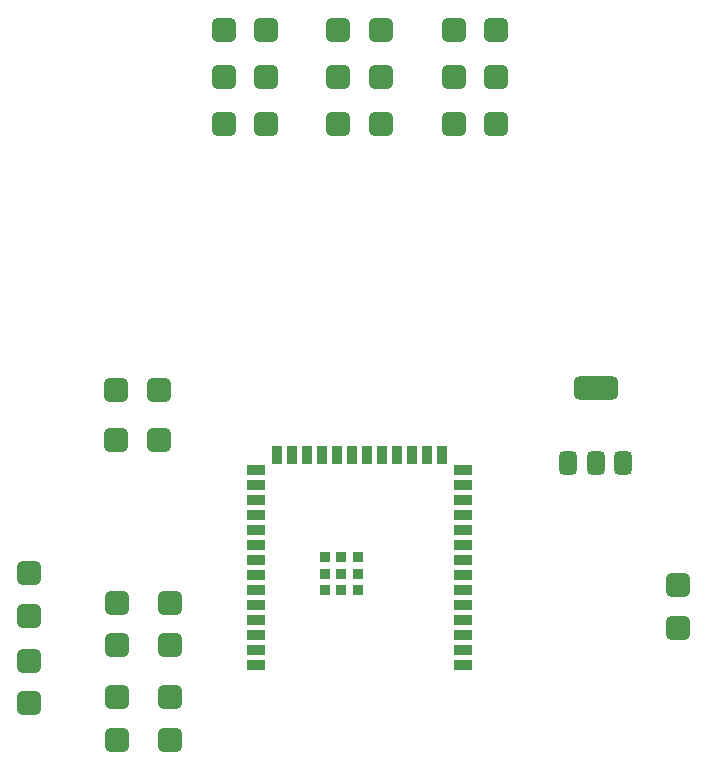
<source format=gbp>
G04 #@! TF.GenerationSoftware,KiCad,Pcbnew,8.0.6-8.0.6-0~ubuntu24.04.1*
G04 #@! TF.CreationDate,2024-10-30T09:28:35+01:00*
G04 #@! TF.ProjectId,micromouse_pcb,6d696372-6f6d-46f7-9573-655f7063622e,rev?*
G04 #@! TF.SameCoordinates,Original*
G04 #@! TF.FileFunction,Paste,Bot*
G04 #@! TF.FilePolarity,Positive*
%FSLAX46Y46*%
G04 Gerber Fmt 4.6, Leading zero omitted, Abs format (unit mm)*
G04 Created by KiCad (PCBNEW 8.0.6-8.0.6-0~ubuntu24.04.1) date 2024-10-30 09:28:35*
%MOMM*%
%LPD*%
G01*
G04 APERTURE LIST*
G04 Aperture macros list*
%AMRoundRect*
0 Rectangle with rounded corners*
0 $1 Rounding radius*
0 $2 $3 $4 $5 $6 $7 $8 $9 X,Y pos of 4 corners*
0 Add a 4 corners polygon primitive as box body*
4,1,4,$2,$3,$4,$5,$6,$7,$8,$9,$2,$3,0*
0 Add four circle primitives for the rounded corners*
1,1,$1+$1,$2,$3*
1,1,$1+$1,$4,$5*
1,1,$1+$1,$6,$7*
1,1,$1+$1,$8,$9*
0 Add four rect primitives between the rounded corners*
20,1,$1+$1,$2,$3,$4,$5,0*
20,1,$1+$1,$4,$5,$6,$7,0*
20,1,$1+$1,$6,$7,$8,$9,0*
20,1,$1+$1,$8,$9,$2,$3,0*%
G04 Aperture macros list end*
%ADD10RoundRect,0.384616X0.615384X-0.615384X0.615384X0.615384X-0.615384X0.615384X-0.615384X-0.615384X0*%
%ADD11RoundRect,0.384616X0.615384X0.615384X-0.615384X0.615384X-0.615384X-0.615384X0.615384X-0.615384X0*%
%ADD12RoundRect,0.384616X-0.615384X0.615384X-0.615384X-0.615384X0.615384X-0.615384X0.615384X0.615384X0*%
%ADD13R,0.900000X0.900000*%
%ADD14R,1.500000X0.900000*%
%ADD15R,0.900000X1.500000*%
%ADD16RoundRect,0.375000X0.375000X-0.625000X0.375000X0.625000X-0.375000X0.625000X-0.375000X-0.625000X0*%
%ADD17RoundRect,0.500000X1.400000X-0.500000X1.400000X0.500000X-1.400000X0.500000X-1.400000X-0.500000X0*%
G04 APERTURE END LIST*
D10*
X129500000Y-140100000D03*
X129500000Y-136500000D03*
D11*
X142100000Y-88000000D03*
X138500000Y-88000000D03*
D12*
X129500000Y-144500000D03*
X129500000Y-148100000D03*
X134000000Y-144500000D03*
X134000000Y-148100000D03*
D11*
X151800000Y-92000000D03*
X148200000Y-92000000D03*
X133000000Y-118500000D03*
X129400000Y-118500000D03*
X161600000Y-88000000D03*
X158000000Y-88000000D03*
X142100000Y-96000000D03*
X138500000Y-96000000D03*
X142100000Y-92000000D03*
X138500000Y-92000000D03*
D10*
X177000000Y-138600000D03*
X177000000Y-135000000D03*
D11*
X161600000Y-96000000D03*
X158000000Y-96000000D03*
D13*
X147085000Y-132650000D03*
X147085000Y-134050000D03*
X147085000Y-135450000D03*
X148485000Y-132650000D03*
X148485000Y-134050000D03*
X148485000Y-135450000D03*
X149885000Y-132650000D03*
X149885000Y-134050000D03*
X149885000Y-135450000D03*
D14*
X141235000Y-141770000D03*
X141235000Y-140500000D03*
X141235000Y-139230000D03*
X141235000Y-137960000D03*
X141235000Y-136690000D03*
X141235000Y-135420000D03*
X141235000Y-134150000D03*
X141235000Y-132880000D03*
X141235000Y-131610000D03*
X141235000Y-130340000D03*
X141235000Y-129070000D03*
X141235000Y-127800000D03*
X141235000Y-126530000D03*
X141235000Y-125260000D03*
D15*
X143000000Y-124010000D03*
X144270000Y-124010000D03*
X145540000Y-124010000D03*
X146810000Y-124010000D03*
X148080000Y-124010000D03*
X149350000Y-124010000D03*
X150620000Y-124010000D03*
X151890000Y-124010000D03*
X153160000Y-124010000D03*
X154430000Y-124010000D03*
X155700000Y-124010000D03*
X156970000Y-124010000D03*
D14*
X158735000Y-125260000D03*
X158735000Y-126530000D03*
X158735000Y-127800000D03*
X158735000Y-129070000D03*
X158735000Y-130340000D03*
X158735000Y-131610000D03*
X158735000Y-132880000D03*
X158735000Y-134150000D03*
X158735000Y-135420000D03*
X158735000Y-136690000D03*
X158735000Y-137960000D03*
X158735000Y-139230000D03*
X158735000Y-140500000D03*
X158735000Y-141770000D03*
D11*
X151800000Y-96000000D03*
X148200000Y-96000000D03*
D12*
X122000000Y-134000000D03*
X122000000Y-137600000D03*
D10*
X122000000Y-145000000D03*
X122000000Y-141400000D03*
D16*
X172300000Y-124650000D03*
X170000000Y-124650000D03*
D17*
X170000000Y-118350000D03*
D16*
X167700000Y-124650000D03*
D11*
X133000000Y-122750000D03*
X129400000Y-122750000D03*
X151800000Y-88000000D03*
X148200000Y-88000000D03*
D10*
X134000000Y-140100000D03*
X134000000Y-136500000D03*
D11*
X161600000Y-92000000D03*
X158000000Y-92000000D03*
M02*

</source>
